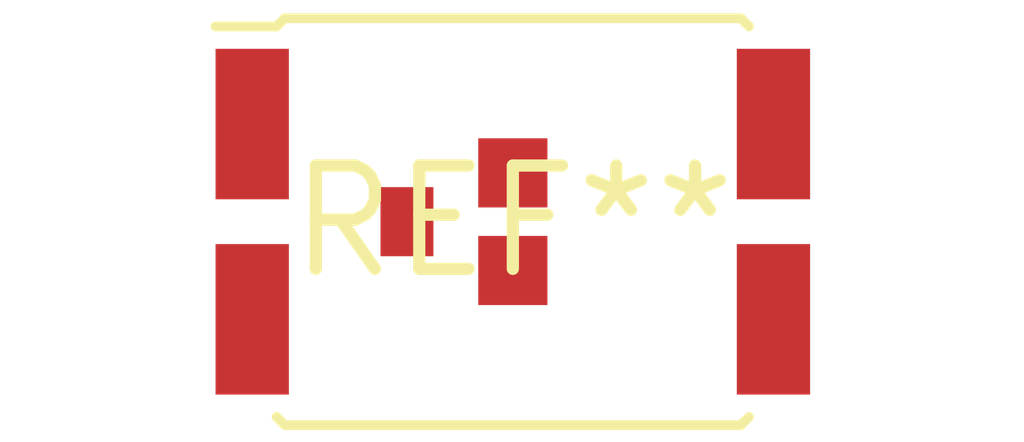
<source format=kicad_pcb>
(kicad_pcb (version 20240108) (generator pcbnew)
  (layers (0 "F.Cu" signal) (31 "B.Cu" signal) (34 "B.Paste" user) (35 "F.Paste" user) (36 "B.SilkS" user "B.Silkscreen") (37 "F.SilkS" user "F.Silkscreen") (38 "B.Mask" user) (39 "F.Mask" user) (44 "Edge.Cuts" user))
  (net 0 "")
  (footprint "DirectFET_M2" (layer "F.Cu") (at 0 0)
    (property "Reference" "REF**")
    (property "Value" "DirectFET_M2")
    (fp_line (start -3.65 -2.4) (end -2.9 -2.4) (layer "F.SilkS") (stroke (width 0.12)))
    (fp_line (start -2.9 -2.4) (end -2.8 -2.5) (layer "F.SilkS") (stroke (width 0.12)))
    (fp_line (start -2.8 -2.5) (end 2.8 -2.5) (layer "F.SilkS") (stroke (width 0.12)))
    (fp_line (start -2.8 2.5) (end -2.9 2.4) (layer "F.SilkS") (stroke (width 0.12)))
    (fp_line (start 2.8 -2.5) (end 2.9 -2.4) (layer "F.SilkS") (stroke (width 0.12)))
    (fp_line (start 2.8 2.5) (end -2.8 2.5) (layer "F.SilkS") (stroke (width 0.12)))
    (fp_line (start 2.9 2.4) (end 2.8 2.5) (layer "F.SilkS") (stroke (width 0.12)))
    (pad "1" smd rect (at -3.2 -1.2) (size 0.9 1.85) (layers "F.Cu" "F.Paste" "F.Mask"))
    (pad "1" smd rect (at -3.2 1.2) (size 0.9 1.85) (layers "F.Cu" "F.Paste" "F.Mask"))
    (pad "1" smd rect (at 3.2 -1.2) (size 0.9 1.85) (layers "F.Cu" "F.Paste" "F.Mask"))
    (pad "1" smd rect (at 3.2 1.2) (size 0.9 1.85) (layers "F.Cu" "F.Paste" "F.Mask"))
    (pad "2" smd rect (at -1.3 0) (size 0.65 0.85) (layers "F.Cu" "F.Paste" "F.Mask"))
    (pad "3" smd rect (at 0 -0.6) (size 0.85 0.85) (layers "F.Cu" "F.Paste" "F.Mask"))
    (pad "3" smd rect (at 0 0.6) (size 0.85 0.85) (layers "F.Cu" "F.Paste" "F.Mask"))
  )
)
</source>
